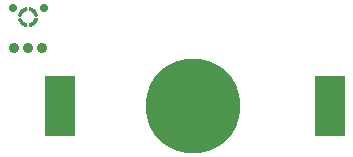
<source format=gbp>
G04 Layer_Color=128*
%FSAX24Y24*%
%MOIN*%
G70*
G01*
G75*
%ADD24C,0.0120*%
G04:AMPARAMS|DCode=25|XSize=36mil|YSize=36mil|CornerRadius=18mil|HoleSize=0mil|Usage=FLASHONLY|Rotation=0.000|XOffset=0mil|YOffset=0mil|HoleType=Round|Shape=RoundedRectangle|*
%AMROUNDEDRECTD25*
21,1,0.0360,0.0000,0,0,0.0*
21,1,0.0000,0.0360,0,0,0.0*
1,1,0.0360,0.0000,0.0000*
1,1,0.0360,0.0000,0.0000*
1,1,0.0360,0.0000,0.0000*
1,1,0.0360,0.0000,0.0000*
%
%ADD25ROUNDEDRECTD25*%
G04:AMPARAMS|DCode=26|XSize=28mil|YSize=28mil|CornerRadius=14mil|HoleSize=0mil|Usage=FLASHONLY|Rotation=0.000|XOffset=0mil|YOffset=0mil|HoleType=Round|Shape=RoundedRectangle|*
%AMROUNDEDRECTD26*
21,1,0.0280,0.0000,0,0,0.0*
21,1,0.0000,0.0280,0,0,0.0*
1,1,0.0280,0.0000,0.0000*
1,1,0.0280,0.0000,0.0000*
1,1,0.0280,0.0000,0.0000*
1,1,0.0280,0.0000,0.0000*
%
%ADD26ROUNDEDRECTD26*%
%ADD27R,0.1000X0.2000*%
%ADD28C,0.3150*%
D24*
X002823Y007578D02*
G03*
X002628Y007385I000080J-000276D01*
G01*
X002630Y007233D02*
G03*
X002823Y007043I000271J000083D01*
G01*
X003166Y007385D02*
G03*
X002976Y007580I-000274J-000078D01*
G01*
Y007043D02*
G03*
X003166Y007233I-000080J000270D01*
G01*
D25*
X002896Y006273D02*
D03*
X002423D02*
D03*
X003376D02*
D03*
D26*
X002384Y007627D02*
D03*
X003416D02*
D03*
D27*
X012950Y004350D02*
D03*
X003950D02*
D03*
D28*
X008400D02*
D03*
M02*

</source>
